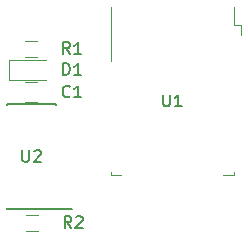
<source format=gbr>
G04 #@! TF.FileFunction,Legend,Top*
%FSLAX46Y46*%
G04 Gerber Fmt 4.6, Leading zero omitted, Abs format (unit mm)*
G04 Created by KiCad (PCBNEW 4.0.6-e0-6349~53~ubuntu16.04.1) date Mon Sep  4 23:14:24 2017*
%MOMM*%
%LPD*%
G01*
G04 APERTURE LIST*
%ADD10C,0.100000*%
%ADD11C,0.120000*%
%ADD12C,0.150000*%
G04 APERTURE END LIST*
D10*
D11*
X4453000Y10199000D02*
X5453000Y10199000D01*
X5453000Y11899000D02*
X4453000Y11899000D01*
X4453000Y15412000D02*
X5453000Y15412000D01*
X5453000Y14052000D02*
X4453000Y14052000D01*
X4537000Y680000D02*
X5537000Y680000D01*
X5537000Y-680000D02*
X4537000Y-680000D01*
X11684000Y13716000D02*
X11684000Y18288000D01*
X22733000Y16764000D02*
X22733000Y15875000D01*
X22098000Y16764000D02*
X22733000Y16764000D01*
X22098000Y18288000D02*
X22098000Y16764000D01*
X11684000Y4064000D02*
X11684000Y4318000D01*
X22098000Y4064000D02*
X21209000Y4064000D01*
X22098000Y4318000D02*
X22098000Y4064000D01*
X11684000Y4064000D02*
X12573000Y4064000D01*
D12*
X7028000Y1138000D02*
X7028000Y1163000D01*
X2878000Y1138000D02*
X2878000Y1253000D01*
X2878000Y10038000D02*
X2878000Y9923000D01*
X7028000Y10038000D02*
X7028000Y9923000D01*
X7028000Y1138000D02*
X2878000Y1138000D01*
X7028000Y10038000D02*
X2878000Y10038000D01*
X7028000Y1163000D02*
X8403000Y1163000D01*
D11*
X3053000Y13804000D02*
X3053000Y12104000D01*
X3053000Y12104000D02*
X6203000Y12104000D01*
X3053000Y13804000D02*
X6203000Y13804000D01*
D12*
X8215334Y10691857D02*
X8167715Y10644238D01*
X8024858Y10596619D01*
X7929620Y10596619D01*
X7786762Y10644238D01*
X7691524Y10739476D01*
X7643905Y10834714D01*
X7596286Y11025190D01*
X7596286Y11168048D01*
X7643905Y11358524D01*
X7691524Y11453762D01*
X7786762Y11549000D01*
X7929620Y11596619D01*
X8024858Y11596619D01*
X8167715Y11549000D01*
X8215334Y11501381D01*
X9167715Y10596619D02*
X8596286Y10596619D01*
X8882000Y10596619D02*
X8882000Y11596619D01*
X8786762Y11453762D01*
X8691524Y11358524D01*
X8596286Y11310905D01*
X8215334Y14279619D02*
X7882000Y14755810D01*
X7643905Y14279619D02*
X7643905Y15279619D01*
X8024858Y15279619D01*
X8120096Y15232000D01*
X8167715Y15184381D01*
X8215334Y15089143D01*
X8215334Y14946286D01*
X8167715Y14851048D01*
X8120096Y14803429D01*
X8024858Y14755810D01*
X7643905Y14755810D01*
X9167715Y14279619D02*
X8596286Y14279619D01*
X8882000Y14279619D02*
X8882000Y15279619D01*
X8786762Y15136762D01*
X8691524Y15041524D01*
X8596286Y14993905D01*
X8342334Y-452381D02*
X8009000Y23810D01*
X7770905Y-452381D02*
X7770905Y547619D01*
X8151858Y547619D01*
X8247096Y500000D01*
X8294715Y452381D01*
X8342334Y357143D01*
X8342334Y214286D01*
X8294715Y119048D01*
X8247096Y71429D01*
X8151858Y23810D01*
X7770905Y23810D01*
X8723286Y452381D02*
X8770905Y500000D01*
X8866143Y547619D01*
X9104239Y547619D01*
X9199477Y500000D01*
X9247096Y452381D01*
X9294715Y357143D01*
X9294715Y261905D01*
X9247096Y119048D01*
X8675667Y-452381D01*
X9294715Y-452381D01*
X16129095Y10834619D02*
X16129095Y10025095D01*
X16176714Y9929857D01*
X16224333Y9882238D01*
X16319571Y9834619D01*
X16510048Y9834619D01*
X16605286Y9882238D01*
X16652905Y9929857D01*
X16700524Y10025095D01*
X16700524Y10834619D01*
X17700524Y9834619D02*
X17129095Y9834619D01*
X17414809Y9834619D02*
X17414809Y10834619D01*
X17319571Y10691762D01*
X17224333Y10596524D01*
X17129095Y10548905D01*
X4191095Y6135619D02*
X4191095Y5326095D01*
X4238714Y5230857D01*
X4286333Y5183238D01*
X4381571Y5135619D01*
X4572048Y5135619D01*
X4667286Y5183238D01*
X4714905Y5230857D01*
X4762524Y5326095D01*
X4762524Y6135619D01*
X5191095Y6040381D02*
X5238714Y6088000D01*
X5333952Y6135619D01*
X5572048Y6135619D01*
X5667286Y6088000D01*
X5714905Y6040381D01*
X5762524Y5945143D01*
X5762524Y5849905D01*
X5714905Y5707048D01*
X5143476Y5135619D01*
X5762524Y5135619D01*
X7643905Y12501619D02*
X7643905Y13501619D01*
X7882000Y13501619D01*
X8024858Y13454000D01*
X8120096Y13358762D01*
X8167715Y13263524D01*
X8215334Y13073048D01*
X8215334Y12930190D01*
X8167715Y12739714D01*
X8120096Y12644476D01*
X8024858Y12549238D01*
X7882000Y12501619D01*
X7643905Y12501619D01*
X9167715Y12501619D02*
X8596286Y12501619D01*
X8882000Y12501619D02*
X8882000Y13501619D01*
X8786762Y13358762D01*
X8691524Y13263524D01*
X8596286Y13215905D01*
M02*

</source>
